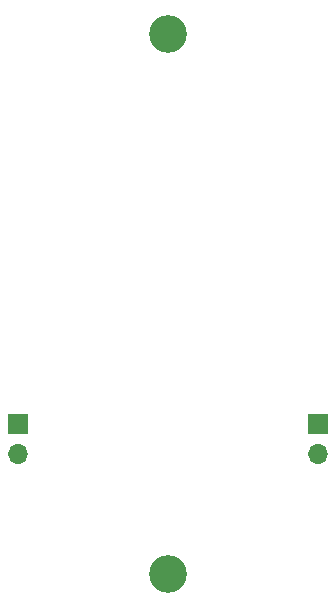
<source format=gbr>
%TF.GenerationSoftware,KiCad,Pcbnew,(6.0.4)*%
%TF.CreationDate,2022-07-19T15:21:12-07:00*%
%TF.ProjectId,Contact Side,436f6e74-6163-4742-9053-6964652e6b69,rev?*%
%TF.SameCoordinates,Original*%
%TF.FileFunction,Soldermask,Top*%
%TF.FilePolarity,Negative*%
%FSLAX46Y46*%
G04 Gerber Fmt 4.6, Leading zero omitted, Abs format (unit mm)*
G04 Created by KiCad (PCBNEW (6.0.4)) date 2022-07-19 15:21:12*
%MOMM*%
%LPD*%
G01*
G04 APERTURE LIST*
%ADD10R,1.700000X1.700000*%
%ADD11O,1.700000X1.700000*%
%ADD12C,3.200000*%
G04 APERTURE END LIST*
D10*
%TO.C,D2*%
X-12700000Y-10160000D03*
D11*
X-12700000Y-12700000D03*
%TD*%
D10*
%TO.C,D1*%
X12700000Y-10160000D03*
D11*
X12700000Y-12700000D03*
%TD*%
D12*
%TO.C,REF\u002A\u002A*%
X0Y22860000D03*
%TD*%
%TO.C,REF\u002A\u002A*%
X0Y-22860000D03*
%TD*%
M02*

</source>
